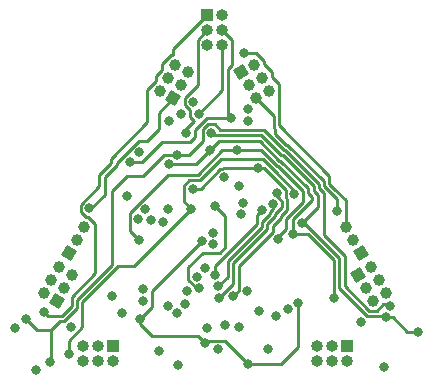
<source format=gbr>
%TF.GenerationSoftware,KiCad,Pcbnew,7.0.0-da2b9df05c~163~ubuntu22.04.1*%
%TF.CreationDate,2023-02-22T23:58:04+03:00*%
%TF.ProjectId,freeeeg16-alpha,66726565-6565-4673-9136-2d616c706861,rev?*%
%TF.SameCoordinates,Original*%
%TF.FileFunction,Copper,L2,Inr*%
%TF.FilePolarity,Positive*%
%FSLAX46Y46*%
G04 Gerber Fmt 4.6, Leading zero omitted, Abs format (unit mm)*
G04 Created by KiCad (PCBNEW 7.0.0-da2b9df05c~163~ubuntu22.04.1) date 2023-02-22 23:58:04*
%MOMM*%
%LPD*%
G01*
G04 APERTURE LIST*
G04 Aperture macros list*
%AMHorizOval*
0 Thick line with rounded ends*
0 $1 width*
0 $2 $3 position (X,Y) of the first rounded end (center of the circle)*
0 $4 $5 position (X,Y) of the second rounded end (center of the circle)*
0 Add line between two ends*
20,1,$1,$2,$3,$4,$5,0*
0 Add two circle primitives to create the rounded ends*
1,1,$1,$2,$3*
1,1,$1,$4,$5*%
%AMRotRect*
0 Rectangle, with rotation*
0 The origin of the aperture is its center*
0 $1 length*
0 $2 width*
0 $3 Rotation angle, in degrees counterclockwise*
0 Add horizontal line*
21,1,$1,$2,0,0,$3*%
G04 Aperture macros list end*
%TA.AperFunction,ComponentPad*%
%ADD10R,1.000000X1.000000*%
%TD*%
%TA.AperFunction,ComponentPad*%
%ADD11O,1.000000X1.000000*%
%TD*%
%TA.AperFunction,ComponentPad*%
%ADD12RotRect,1.000000X1.000000X210.000000*%
%TD*%
%TA.AperFunction,ComponentPad*%
%ADD13HorizOval,1.000000X0.000000X0.000000X0.000000X0.000000X0*%
%TD*%
%TA.AperFunction,ComponentPad*%
%ADD14RotRect,1.000000X1.000000X150.000000*%
%TD*%
%TA.AperFunction,ComponentPad*%
%ADD15HorizOval,1.000000X0.000000X0.000000X0.000000X0.000000X0*%
%TD*%
%TA.AperFunction,ComponentPad*%
%ADD16RotRect,1.000000X1.000000X330.000000*%
%TD*%
%TA.AperFunction,ComponentPad*%
%ADD17HorizOval,1.000000X0.000000X0.000000X0.000000X0.000000X0*%
%TD*%
%TA.AperFunction,ViaPad*%
%ADD18C,0.800000*%
%TD*%
%TA.AperFunction,Conductor*%
%ADD19C,0.250000*%
%TD*%
G04 APERTURE END LIST*
D10*
%TO.N,ACC_5_VDDIO*%
%TO.C,J1*%
X-624999Y19054999D03*
D11*
%TO.N,CRYSTAL_4_Vin*%
X644999Y19054999D03*
%TO.N,MCU_18_PB0_ADC1_SYNC{slash}RESET*%
X-624999Y17784999D03*
%TO.N,ADC1_16_SYNC{slash}RESET*%
X644999Y17784999D03*
%TO.N,CRYSTAL_3_OUT*%
X-624999Y16514999D03*
%TO.N,MCU_5_PDO0_RCC_OSC_IN*%
X644999Y16514999D03*
%TD*%
D12*
%TO.N,ADC1_02_AIN2N*%
%TO.C,J3*%
X12344399Y-1099851D03*
D13*
%TO.N,/J17*%
X11709399Y0D03*
%TO.N,ADC1_09_AIN6P*%
X11074399Y1099852D03*
%TD*%
D14*
%TO.N,3V3_2_GND*%
%TO.C,J2*%
X-12346899Y-1104182D03*
D15*
%TO.N,/J18*%
X-11711899Y-4330D03*
%TO.N,ADC1_09_AIN6P*%
X-11076899Y1095521D03*
%TD*%
D10*
%TO.N,ADC2_08_AIN5P*%
%TO.C,J29*%
X11167947Y-9026999D03*
D11*
X11167947Y-10296999D03*
%TO.N,ADC2_09_AIN6P*%
X9897947Y-9026999D03*
X9897947Y-10296999D03*
%TO.N,ADC2_12_AIN7P*%
X8627947Y-9026999D03*
X8627947Y-10296999D03*
%TD*%
D10*
%TO.N,ADC1_29_AIN0P*%
%TO.C,J28*%
X-8630999Y-9026999D03*
D11*
X-8630999Y-10296999D03*
%TO.N,/J18*%
X-9900999Y-9026999D03*
X-9900999Y-10296999D03*
%TO.N,ADC1_32_AIN1P*%
X-11170999Y-9026999D03*
X-11170999Y-10296999D03*
%TD*%
D12*
%TO.N,ADC2_04_AIN3P*%
%TO.C,J31*%
X12133110Y-2961164D03*
D13*
X13232962Y-2326164D03*
%TO.N,/J17*%
X12768110Y-4061016D03*
X13867962Y-3426016D03*
%TO.N,ADC2_05_AIN4P*%
X13403110Y-5160869D03*
X14502962Y-4525869D03*
%TD*%
D16*
%TO.N,ADC1_08_AIN5P*%
%TO.C,J32*%
X-3502111Y11988166D03*
D17*
X-4601963Y12623166D03*
%TO.N,ADC1_09_AIN6P*%
X-2867111Y13088018D03*
X-3966963Y13723018D03*
%TO.N,ADC1_12_AIN7P*%
X-2232111Y14187871D03*
X-3331963Y14822871D03*
%TD*%
D12*
%TO.N,ADC2_29_AIN0P*%
%TO.C,J33*%
X2233636Y14185226D03*
D13*
X3333488Y14820226D03*
%TO.N,ADC2_32_AIN1P*%
X2868636Y13085374D03*
X3968488Y13720374D03*
%TO.N,ADC2_01_AIN2P*%
X3503636Y11985521D03*
X4603488Y12620521D03*
%TD*%
D16*
%TO.N,ADC1_01_AIN2P*%
%TO.C,J30*%
X-13401585Y-5158224D03*
D17*
X-14501437Y-4523224D03*
%TO.N,ADC1_04_AIN3P*%
X-12766585Y-4058372D03*
X-13866437Y-3423372D03*
%TO.N,ADC1_05_AIN4P*%
X-12131585Y-2958519D03*
X-13231437Y-2323519D03*
%TD*%
D18*
%TO.N,ADC1_12_AIN7P*%
X-2870200Y10617200D03*
%TO.N,ADC1_09_AIN6P*%
X2463800Y15849600D03*
%TO.N,ADC1_02_AIN2N*%
X1875000Y7593502D03*
%TO.N,ADC2_17_CS*%
X2417436Y3146105D03*
%TO.N,MCU_18_PB0_ADC1_SYNC{slash}RESET*%
X50800Y2895600D03*
%TO.N,ADC1_02_AIN2N*%
X5334000Y50800D03*
X-6426200Y-50800D03*
%TO.N,3V3_1_IN*%
X-15964500Y-6705600D03*
%TO.N,ADC1_08_AIN5P*%
X-10622859Y2653900D03*
%TO.N,ADC2_01_AIN2P*%
X10349900Y2474505D03*
%TO.N,ADC2_29_AIN0P*%
X2842381Y11056328D03*
%TO.N,3V3_1_IN*%
X-3167720Y7207999D03*
X-13987908Y-10303090D03*
X14823166Y-5607300D03*
%TO.N,ADC1_15_AVDD*%
X7342072Y1466090D03*
X17224809Y-7774246D03*
X-291500Y9054851D03*
X14493630Y-6550916D03*
%TO.N,ADC1_26_DVDD*%
X-1981200Y2641600D03*
X-12368202Y-9654691D03*
X6720733Y3884418D03*
%TO.N,ADC1_14_REFIN*%
X-3844068Y6384068D03*
X6631839Y474212D03*
X10099502Y-4953000D03*
X-380655Y7605455D03*
%TO.N,ACC_5_VDDIO*%
X-6298133Y-6679133D03*
X-806128Y-8764200D03*
X-1099694Y-121403D03*
X7023056Y-5311845D03*
X-14490100Y-6069357D03*
X2844046Y-10517304D03*
%TO.N,ADC2_17_CS*%
X-812967Y-2405237D03*
%TO.N,ADC1_16_SYNC{slash}RESET*%
X2248115Y2159000D03*
X1397000Y10312400D03*
X-7142067Y6581825D03*
%TO.N,ADC1_17_CS*%
X-3986395Y-5595707D03*
X-6500993Y1778000D03*
%TO.N,ADC1_18_DRDY*%
X-5883425Y2581501D03*
X-1515793Y-3115899D03*
%TO.N,ADC1_19_SCLK*%
X-3196554Y-6204685D03*
X-5384777Y1687311D03*
%TO.N,ADC1_23_XTAL1{slash}CLKIN*%
X1532753Y-4758553D03*
X3649502Y6107631D03*
X-1849626Y4338298D03*
%TO.N,3V3_2_GND*%
X-3882027Y10056115D03*
X14351000Y-10795000D03*
X-7878847Y-6168372D03*
X-16916604Y-7489510D03*
X254000Y-9271000D03*
X-15113000Y-11030000D03*
X12383734Y-6967042D03*
X-140000Y600500D03*
X-7402127Y3747685D03*
X2835509Y10038601D03*
X2006600Y4586593D03*
X6156471Y-5830636D03*
X-126805Y-350515D03*
X-6396854Y7412854D03*
X-12207157Y-7342951D03*
X-4703049Y-9386346D03*
%TO.N,3V3_5_OUT*%
X804287Y5311093D03*
X-1828339Y11676570D03*
%TO.N,MCU_7_NRST*%
X-624999Y-7471002D03*
%TO.N,MCU_34_PA13_SYS_JTMS-SWDIO*%
X867897Y-7242595D03*
%TO.N,MCU_37_PA14_SYS_JTCK-SWCLK*%
X5143567Y-6489633D03*
%TO.N,ADC1_20_DOUT*%
X-4395052Y1547848D03*
X-2533936Y-5456391D03*
%TO.N,ADC1_21_DIN*%
X-3984924Y2578666D03*
X-2343219Y-4343400D03*
%TO.N,ADC2_19_SCLK*%
X24571Y-2972145D03*
X3976864Y2568386D03*
%TO.N,ADC2_20_DOUT*%
X4895219Y3013733D03*
X285411Y-3937012D03*
%TO.N,ADC2_21_DIN*%
X5265859Y3944378D03*
X337744Y-4935144D03*
%TO.N,MCU_38_PA15_SYS_JTDI*%
X3709418Y-6013573D03*
%TO.N,MCU_39_PB3_SYS_JTDO-TRACESWO*%
X2083941Y-7409134D03*
%TO.N,MCU_5_PDO0_RCC_OSC_IN*%
X-3098800Y-10608059D03*
X-1345449Y10692649D03*
%TO.N,ACC_13_SCL*%
X4521200Y-9245600D03*
%TO.N,ACC_14_SDA*%
X2726877Y-4290223D03*
%TO.N,RADIO_8_GPIO9*%
X-8750000Y-4750000D03*
%TO.N,MCU_12_PA2_USART2_TX*%
X-6045200Y-5156200D03*
%TO.N,MCU_13_PA3_USART2_RX*%
X-6072303Y-4157065D03*
%TO.N,MCU_18_PB0_ADC1_SYNC{slash}RESET*%
X-2430359Y9038592D03*
X-1372544Y-4105083D03*
%TD*%
D19*
%TO.N,ACC_5_VDDIO*%
X-12118573Y-5589766D02*
X-12970045Y-6441238D01*
X-12970045Y-6441238D02*
X-14118219Y-6441238D01*
X-12118573Y-4805000D02*
X-12118573Y-5589766D01*
X-10147000Y-2833427D02*
X-12118573Y-4805000D01*
X-10147000Y1332349D02*
X-10147000Y-2833427D01*
X-10735173Y1920522D02*
X-10147000Y1332349D01*
X-11347859Y2354019D02*
X-10914362Y1920522D01*
X-11347859Y2954205D02*
X-11347859Y2354019D01*
X-9771301Y4530763D02*
X-11347859Y2954205D01*
X-625000Y19055000D02*
X-3556000Y16124000D01*
X-3556000Y16124000D02*
X-3556000Y15647872D01*
X-14118219Y-6441238D02*
X-14490100Y-6069357D01*
X-3556000Y15647872D02*
X-3673691Y15647872D01*
X-3673691Y15647872D02*
X-4475355Y14846208D01*
X-9771301Y5520189D02*
X-9771301Y4530763D01*
X-4475355Y14846208D02*
X-4475355Y14381355D01*
X-4475355Y14381355D02*
X-4943691Y13913019D01*
X-4943691Y13913019D02*
X-4943691Y13448167D01*
X-5715000Y9982200D02*
X-8814153Y6883047D01*
X-4943691Y13448167D02*
X-5715000Y12676858D01*
X-5715000Y12676858D02*
X-5715000Y9982200D01*
X-8814153Y6883047D02*
X-8814153Y6477337D01*
X-10914362Y1920522D02*
X-10735173Y1920522D01*
X-8814153Y6477337D02*
X-9771301Y5520189D01*
%TO.N,ADC1_16_SYNC{slash}RESET*%
X-701100Y10312400D02*
X1397000Y10312400D01*
X645000Y17785000D02*
X1470000Y16960000D01*
X-7142067Y6581825D02*
X-6196680Y6581825D01*
X-6196680Y6581825D02*
X-4464413Y8314092D01*
X-4464413Y8314092D02*
X-2130261Y8314092D01*
X-1705859Y8738494D02*
X-1705859Y9307641D01*
X-1705859Y9307641D02*
X-701100Y10312400D01*
X1094501Y14428811D02*
X1094501Y10614899D01*
X1470000Y16960000D02*
X1470000Y14804310D01*
X1470000Y14804310D02*
X1094501Y14428811D01*
X-2130261Y8314092D02*
X-1705859Y8738494D01*
X1094501Y10614899D02*
X1397000Y10312400D01*
%TO.N,MCU_18_PB0_ADC1_SYNC{slash}RESET*%
X-2070449Y10376249D02*
X-2070449Y10952720D01*
X-2430359Y9038592D02*
X-2430359Y9380641D01*
X-2430359Y9380641D02*
X-1752600Y10058400D01*
X-1752600Y10058400D02*
X-2070449Y10376249D01*
X-2070449Y10952720D02*
X-2131801Y10952720D01*
X-2131801Y10952720D02*
X-2555996Y11376915D01*
X-1407112Y13108130D02*
X-1407112Y14615112D01*
X-2555996Y11376915D02*
X-2555996Y11977818D01*
X-2555996Y11977818D02*
X-2131594Y12402220D01*
X-2131594Y12402220D02*
X-2113023Y12402220D01*
X-2113023Y12402220D02*
X-1407112Y13108130D01*
X-1407112Y14615112D02*
X-1450000Y14658000D01*
X-1450000Y14658000D02*
X-1450000Y16960000D01*
X-1450000Y16960000D02*
X-625000Y17785000D01*
%TO.N,MCU_5_PDO0_RCC_OSC_IN*%
X645000Y16515000D02*
X645000Y12683097D01*
X645000Y12683097D02*
X-1345449Y10692649D01*
%TO.N,ADC1_09_AIN6P*%
X4800600Y13792200D02*
X4800600Y14249400D01*
X5428489Y13164311D02*
X4800600Y13792200D01*
X5428489Y9685010D02*
X5428489Y13164311D01*
X9703299Y5410200D02*
X5428489Y9685010D01*
%TO.N,ADC2_21_DIN*%
X337744Y-4928964D02*
X1552876Y-3713832D01*
%TO.N,3V3_1_IN*%
X5825429Y7609791D02*
X5927029Y7609791D01*
%TO.N,ADC2_21_DIN*%
X5121151Y2176837D02*
X5694140Y2749826D01*
X5121151Y2023731D02*
X5121151Y2176837D01*
X1552876Y-3713832D02*
X1552876Y-1950944D01*
%TO.N,ADC1_14_REFIN*%
X8247301Y3395917D02*
X8247301Y3637139D01*
%TO.N,ADC1_26_DVDD*%
X-2628258Y3288658D02*
X-2628258Y4585342D01*
%TO.N,ADC1_14_REFIN*%
X7904796Y4360644D02*
X5554651Y6710789D01*
%TO.N,ADC1_23_XTAL1{slash}CLKIN*%
X3649502Y6107631D02*
X4127189Y6107631D01*
%TO.N,ADC2_01_AIN2P*%
X10349900Y3441610D02*
X10349900Y2474505D01*
%TO.N,3V3_1_IN*%
X8598Y9779351D02*
X473848Y9314101D01*
%TO.N,ADC1_23_XTAL1{slash}CLKIN*%
X5996233Y4238603D02*
X5996233Y3584320D01*
%TO.N,ADC2_21_DIN*%
X5694140Y3250723D02*
X5546732Y3398131D01*
%TO.N,ADC1_02_AIN2N*%
X5266862Y6261288D02*
X5368462Y6261288D01*
%TO.N,ADC2_01_AIN2P*%
X9253299Y4538211D02*
X10349900Y3441610D01*
%TO.N,ADC1_09_AIN6P*%
X10109200Y4318000D02*
X9703299Y4723901D01*
%TO.N,ADC2_21_DIN*%
X4434998Y931178D02*
X4434998Y1337578D01*
%TO.N,ADC1_14_REFIN*%
X5554651Y6710789D02*
X5453051Y6710789D01*
%TO.N,ADC2_21_DIN*%
X1552876Y-1950944D02*
X4434998Y931178D01*
%TO.N,ADC2_01_AIN2P*%
X5066859Y9410949D02*
X5062299Y9406389D01*
%TO.N,ADC1_09_AIN6P*%
X11074400Y3352800D02*
X10109200Y4318000D01*
%TO.N,ADC1_14_REFIN*%
X8247301Y3637139D02*
X7904796Y3979644D01*
%TO.N,3V3_1_IN*%
X-1016000Y9359718D02*
X-596368Y9779351D01*
%TO.N,ADC1_14_REFIN*%
X7904796Y3979644D02*
X7904796Y4360644D01*
%TO.N,ADC1_02_AIN2N*%
X3934648Y7593502D02*
X5266862Y6261288D01*
%TO.N,ADC1_14_REFIN*%
X3807240Y8356600D02*
X370490Y8356600D01*
X6616100Y1764716D02*
X8247301Y3395917D01*
%TO.N,3V3_1_IN*%
X-2188621Y7207999D02*
X-1016000Y8380620D01*
%TO.N,ADC1_26_DVDD*%
X5084123Y5811787D02*
X6720733Y4175177D01*
%TO.N,ADC1_14_REFIN*%
X5453051Y6710789D02*
X3807240Y8356600D01*
%TO.N,ADC1_23_XTAL1{slash}CLKIN*%
X6143641Y2563637D02*
X5570652Y1990648D01*
%TO.N,ADC2_21_DIN*%
X5265859Y3720079D02*
X5265859Y3944378D01*
%TO.N,ADC1_02_AIN2N*%
X7455295Y3239601D02*
X6020652Y1804958D01*
%TO.N,ADC1_23_XTAL1{slash}CLKIN*%
X4326622Y5908198D02*
X4326638Y5908198D01*
%TO.N,ADC2_21_DIN*%
X337744Y-4935144D02*
X337744Y-4928964D01*
%TO.N,3V3_1_IN*%
X-596368Y9779351D02*
X8598Y9779351D01*
%TO.N,ADC1_26_DVDD*%
X-2150802Y5062798D02*
X-1260406Y5062798D01*
%TO.N,ADC1_14_REFIN*%
X6616100Y489951D02*
X6616100Y1764716D01*
%TO.N,3V3_1_IN*%
X-3167720Y7207999D02*
X-2188621Y7207999D01*
X-1016000Y8380620D02*
X-1016000Y9359718D01*
%TO.N,ADC2_21_DIN*%
X5546732Y3398131D02*
X5546732Y3439206D01*
%TO.N,ADC1_02_AIN2N*%
X5368462Y6261288D02*
X7455295Y4174455D01*
%TO.N,ADC1_23_XTAL1{slash}CLKIN*%
X5996233Y3584320D02*
X6143641Y3436912D01*
%TO.N,3V3_1_IN*%
X473848Y9314101D02*
X4121119Y9314101D01*
%TO.N,ADC1_26_DVDD*%
X5080673Y5811787D02*
X5084123Y5811787D01*
%TO.N,ADC2_21_DIN*%
X5546732Y3439206D02*
X5265859Y3720079D01*
%TO.N,ADC1_02_AIN2N*%
X7455295Y4174455D02*
X7455295Y3239601D01*
%TO.N,ADC1_23_XTAL1{slash}CLKIN*%
X6143641Y3436912D02*
X6143641Y2563637D01*
%TO.N,3V3_1_IN*%
X4121119Y9314101D02*
X5825429Y7609791D01*
%TO.N,ADC1_15_AVDD*%
X3934930Y8864600D02*
X5639240Y7160290D01*
%TO.N,3V3_1_IN*%
X13062090Y-5985870D02*
X13744838Y-5985870D01*
%TO.N,ADC2_01_AIN2P*%
X5062299Y9406389D02*
X5062299Y9034011D01*
%TO.N,ADC2_21_DIN*%
X4434998Y1337578D02*
X5121151Y2023731D01*
%TO.N,ADC1_23_XTAL1{slash}CLKIN*%
X4127189Y6107631D02*
X4326622Y5908198D01*
%TO.N,ADC1_09_AIN6P*%
X9703299Y4723901D02*
X9703299Y5410200D01*
%TO.N,ADC2_01_AIN2P*%
X6011618Y8059292D02*
X6113218Y8059292D01*
%TO.N,ADC1_09_AIN6P*%
X3470843Y15849600D02*
X2463800Y15849600D01*
%TO.N,ADC1_26_DVDD*%
X-2628258Y4585342D02*
X-2150802Y5062798D01*
%TO.N,ADC2_01_AIN2P*%
X5087699Y9008611D02*
X5087699Y8983211D01*
%TO.N,ADC1_15_AVDD*%
X8354297Y4546833D02*
X8354297Y4165833D01*
%TO.N,ADC1_26_DVDD*%
X509427Y6832631D02*
X4059829Y6832631D01*
%TO.N,ADC1_02_AIN2N*%
X1875000Y7593502D02*
X3934648Y7593502D01*
%TO.N,ADC1_23_XTAL1{slash}CLKIN*%
X4884499Y674384D02*
X2002377Y-2207738D01*
%TO.N,ADC2_01_AIN2P*%
X4978988Y9498821D02*
X5066859Y9410949D01*
%TO.N,ADC1_14_REFIN*%
X370490Y8356600D02*
X-380655Y7605455D01*
%TO.N,ADC2_01_AIN2P*%
X9253299Y4960699D02*
X9253299Y4538211D01*
%TO.N,ADC1_23_XTAL1{slash}CLKIN*%
X5570652Y1836836D02*
X4884499Y1150683D01*
%TO.N,3V3_1_IN*%
X8803798Y4733022D02*
X8803798Y4352022D01*
%TO.N,ADC2_01_AIN2P*%
X6113218Y8059292D02*
X9211811Y4960699D01*
X4978988Y10510171D02*
X4978988Y9498821D01*
%TO.N,ADC1_14_REFIN*%
X6631839Y474212D02*
X6616100Y489951D01*
%TO.N,ADC2_01_AIN2P*%
X3503637Y11985522D02*
X4978988Y10510171D01*
X9211811Y4960699D02*
X9253299Y4960699D01*
%TO.N,ADC1_26_DVDD*%
X4059829Y6832631D02*
X5080673Y5811787D01*
%TO.N,ADC2_01_AIN2P*%
X5062299Y9034011D02*
X5087699Y9008611D01*
%TO.N,ADC1_26_DVDD*%
X-1260406Y5062798D02*
X509427Y6832631D01*
%TO.N,3V3_1_IN*%
X8803798Y4352022D02*
X9210198Y3945622D01*
%TO.N,ADC1_23_XTAL1{slash}CLKIN*%
X4884499Y1150683D02*
X4884499Y674384D01*
X4326638Y5908198D02*
X5996233Y4238603D01*
%TO.N,ADC2_21_DIN*%
X5694140Y2749826D02*
X5694140Y3250723D01*
%TO.N,ADC2_01_AIN2P*%
X5087699Y8983211D02*
X6011618Y8059292D01*
%TO.N,ADC1_15_AVDD*%
X8354297Y4165833D02*
X8696802Y3823328D01*
%TO.N,3V3_1_IN*%
X14676866Y-5461000D02*
X14823166Y-5607300D01*
%TO.N,ADC1_02_AIN2N*%
X6020652Y888330D02*
X5334000Y201678D01*
%TO.N,3V3_1_IN*%
X9210198Y3945622D02*
X9210198Y417782D01*
%TO.N,ADC1_09_AIN6P*%
X4800600Y14249400D02*
X4158489Y14891511D01*
%TO.N,ADC1_15_AVDD*%
X-291500Y9054851D02*
X-101249Y8864600D01*
%TO.N,ADC1_02_AIN2N*%
X5334000Y201678D02*
X5334000Y50800D01*
%TO.N,ADC1_23_XTAL1{slash}CLKIN*%
X2002377Y-2207738D02*
X2002377Y-4288929D01*
%TO.N,3V3_1_IN*%
X9210198Y417782D02*
X10998504Y-1370524D01*
%TO.N,ADC1_26_DVDD*%
X6720733Y4175177D02*
X6720733Y3884418D01*
%TO.N,ADC1_02_AIN2N*%
X6020652Y1804958D02*
X6020652Y888330D01*
%TO.N,ADC1_15_AVDD*%
X5740840Y7160290D02*
X8354297Y4546833D01*
%TO.N,3V3_1_IN*%
X14269708Y-5461000D02*
X14676866Y-5461000D01*
X13744838Y-5985870D02*
X14269708Y-5461000D01*
%TO.N,ADC1_15_AVDD*%
X5639240Y7160290D02*
X5740840Y7160290D01*
X8696802Y3823328D02*
X8696802Y2820820D01*
%TO.N,3V3_1_IN*%
X10998504Y-1370524D02*
X10998504Y-3922284D01*
%TO.N,ADC1_23_XTAL1{slash}CLKIN*%
X2002377Y-4288929D02*
X1532753Y-4758553D01*
%TO.N,3V3_1_IN*%
X10998504Y-3922284D02*
X13062090Y-5985870D01*
%TO.N,ADC1_15_AVDD*%
X-101249Y8864600D02*
X3934930Y8864600D01*
%TO.N,ADC1_26_DVDD*%
X-1981200Y2641600D02*
X-2628258Y3288658D01*
%TO.N,ADC1_15_AVDD*%
X8696802Y2820820D02*
X7342072Y1466090D01*
%TO.N,ADC1_23_XTAL1{slash}CLKIN*%
X5570652Y1990648D02*
X5570652Y1836836D01*
%TO.N,ADC1_09_AIN6P*%
X11074400Y1099853D02*
X11074400Y3352800D01*
%TO.N,3V3_1_IN*%
X5927029Y7609791D02*
X8803798Y4733022D01*
%TO.N,ADC1_09_AIN6P*%
X4158489Y14891511D02*
X4158489Y15161954D01*
X4158489Y15161954D02*
X3470843Y15849600D01*
%TO.N,ADC1_15_AVDD*%
X10549003Y-4108473D02*
X10549003Y-1556713D01*
X10549003Y-1556713D02*
X7526200Y1466090D01*
%TO.N,ADC2_20_DOUT*%
X1103375Y-1764755D02*
X3985497Y1117367D01*
%TO.N,ADC1_15_AVDD*%
X7526200Y1466090D02*
X7342072Y1466090D01*
%TO.N,ADC2_20_DOUT*%
X4671650Y2209920D02*
X4671650Y2363026D01*
%TO.N,ADC2_19_SCLK*%
X3535996Y1303556D02*
X3535996Y2127518D01*
%TO.N,ADC2_20_DOUT*%
X1103375Y-3119048D02*
X1103375Y-1764755D01*
X4671650Y2363026D02*
X4895219Y2586595D01*
X4895219Y2586595D02*
X4895219Y3013733D01*
X3985497Y1117367D02*
X3985497Y1523767D01*
X285411Y-3937012D02*
X1103375Y-3119048D01*
X3985497Y1523767D02*
X4671650Y2209920D01*
%TO.N,ADC2_19_SCLK*%
X24571Y-2972145D02*
X24571Y-2207869D01*
X24571Y-2207869D02*
X3535996Y1303556D01*
X3535996Y2127518D02*
X3976864Y2568386D01*
%TO.N,ADC1_15_AVDD*%
X14493630Y-6550916D02*
X14378085Y-6435371D01*
X14378085Y-6435371D02*
X12875901Y-6435371D01*
X12875901Y-6435371D02*
X10549003Y-4108473D01*
%TO.N,ADC1_23_XTAL1{slash}CLKIN*%
X550178Y6035198D02*
X473978Y5958998D01*
%TO.N,ADC1_02_AIN2N*%
X-3987301Y5512299D02*
X-7225993Y2273607D01*
%TO.N,ADC1_23_XTAL1{slash}CLKIN*%
X3649502Y6107631D02*
X3602469Y6060598D01*
X702578Y6035198D02*
X550178Y6035198D01*
X-1197522Y4338298D02*
X-1849626Y4338298D01*
X727978Y6060598D02*
X702578Y6035198D01*
X473978Y5958998D02*
X423178Y5958998D01*
X3602469Y6060598D02*
X727978Y6060598D01*
X423178Y5958998D02*
X-1197522Y4338298D01*
%TO.N,ADC1_02_AIN2N*%
X-1446595Y5512299D02*
X-3987301Y5512299D01*
X-7225993Y748993D02*
X-6426200Y-50800D01*
X1875000Y7593502D02*
X634608Y7593502D01*
X634608Y7593502D02*
X-1446595Y5512299D01*
X-7225993Y2273607D02*
X-7225993Y748993D01*
%TO.N,ADC1_14_REFIN*%
X-2250932Y6384068D02*
X-2616200Y6384068D01*
X-2616200Y6384068D02*
X-3844068Y6384068D01*
X-380655Y7605455D02*
X-1602042Y6384068D01*
X-1602042Y6384068D02*
X-2616200Y6384068D01*
%TO.N,MCU_18_PB0_ADC1_SYNC{slash}RESET*%
X-1372544Y-4105083D02*
X-1551278Y-4105083D01*
X-2241965Y-3414396D02*
X-2241965Y-2304769D01*
X-2241965Y-2304769D02*
X-1012211Y-1075015D01*
X890700Y-647213D02*
X890700Y2055700D01*
X890700Y2055700D02*
X50800Y2895600D01*
X-1551278Y-4105083D02*
X-2241965Y-3414396D01*
X-1012211Y-1075015D02*
X462898Y-1075015D01*
X462898Y-1075015D02*
X890700Y-647213D01*
%TO.N,ADC1_26_DVDD*%
X-12368202Y-9654691D02*
X-12368202Y-8529301D01*
X-8195811Y-2253620D02*
X-6876420Y-2253620D01*
X-6876420Y-2253620D02*
X-1981200Y2641600D01*
X-11219571Y-7380670D02*
X-11219571Y-5277380D01*
X-11219571Y-5277380D02*
X-8195811Y-2253620D01*
X-12368202Y-8529301D02*
X-11219571Y-7380670D01*
%TO.N,ADC1_14_REFIN*%
X7882388Y474212D02*
X6631839Y474212D01*
X10099502Y-4953000D02*
X10099502Y-1742902D01*
X10099502Y-1742902D02*
X7882388Y474212D01*
%TO.N,ACC_5_VDDIO*%
X-5316581Y-4354079D02*
X-1099694Y-137192D01*
X-6298133Y-6679133D02*
X-5316581Y-5697581D01*
X-1099694Y-137192D02*
X-1099694Y-121403D01*
X-5316581Y-5697581D02*
X-5316581Y-4354079D01*
%TO.N,3V3_1_IN*%
X-11669072Y-5091191D02*
X-8719899Y-2142018D01*
X-13843000Y-7620690D02*
X-15049410Y-7620690D01*
X-6104624Y5402501D02*
X-4299126Y7207999D01*
X-13843000Y-7620690D02*
X-13113049Y-6890739D01*
X-4299126Y7207999D02*
X-3167720Y7207999D01*
X-12783856Y-6890739D02*
X-11669072Y-5775955D01*
X-8719899Y-2142018D02*
X-8719899Y4106411D01*
X-8719899Y4106411D02*
X-7423809Y5402501D01*
X-7423809Y5402501D02*
X-6104624Y5402501D01*
X-13843000Y-10158182D02*
X-13987908Y-10303090D01*
X-13843000Y-7620690D02*
X-13843000Y-10158182D01*
X-15049410Y-7620690D02*
X-15964500Y-6705600D01*
X-11669072Y-5775955D02*
X-11669072Y-5091191D01*
X-13113049Y-6890739D02*
X-12783856Y-6890739D01*
%TO.N,ADC1_08_AIN5P*%
X-4750500Y9397300D02*
X-5765800Y8382000D01*
X-3502112Y11988167D02*
X-4750500Y10739779D01*
X-5765800Y8382000D02*
X-6452307Y8382000D01*
X-6452307Y8382000D02*
X-8305800Y6528507D01*
X-8305800Y6528507D02*
X-8305800Y6350000D01*
X-4750500Y10739779D02*
X-4750500Y9397300D01*
X-8305800Y6350000D02*
X-9321800Y5334000D01*
X-9321800Y5334000D02*
X-9321800Y3835400D01*
X-9321800Y3835400D02*
X-10503300Y2653900D01*
X-10503300Y2653900D02*
X-10622859Y2653900D01*
%TO.N,ADC1_15_AVDD*%
X15059209Y-6550916D02*
X14493630Y-6550916D01*
X16282539Y-7774246D02*
X15059209Y-6550916D01*
X17224809Y-7774246D02*
X16282539Y-7774246D01*
%TO.N,ADC1_14_REFIN*%
X-508000Y7478110D02*
X-380655Y7605455D01*
X-508000Y7307501D02*
X-508000Y7478110D01*
%TO.N,ACC_5_VDDIO*%
X-6298133Y-6679133D02*
X-6298133Y-7159985D01*
X872742Y-8546000D02*
X2844046Y-10517304D01*
X7023056Y-5311845D02*
X7005752Y-5329149D01*
X7005752Y-5329149D02*
X7005752Y-9101664D01*
X5590112Y-10517304D02*
X2844046Y-10517304D01*
X7005752Y-9101664D02*
X5590112Y-10517304D01*
X-1428791Y-8141537D02*
X-806128Y-8764200D01*
X-806128Y-8764200D02*
X-587928Y-8546000D01*
X-587928Y-8546000D02*
X872742Y-8546000D01*
X-5316581Y-8141537D02*
X-1428791Y-8141537D01*
X-6298133Y-7159985D02*
X-5316581Y-8141537D01*
%TD*%
M02*

</source>
